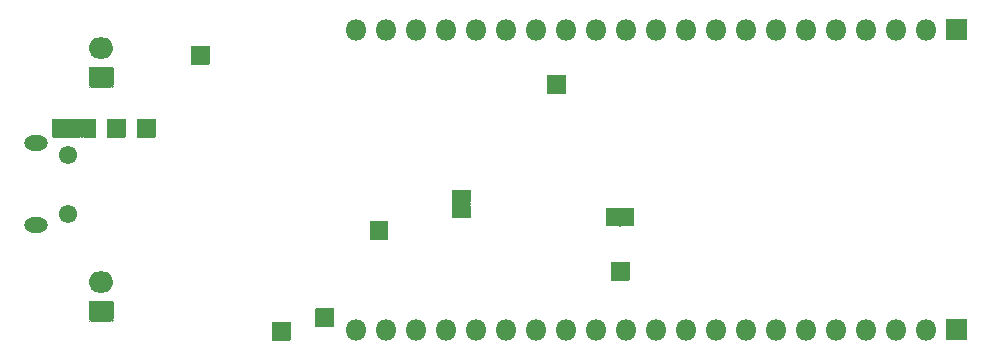
<source format=gbr>
G04 #@! TF.GenerationSoftware,KiCad,Pcbnew,(5.1.8)-1*
G04 #@! TF.CreationDate,2020-12-07T15:13:27+01:00*
G04 #@! TF.ProjectId,SuperPower-uC-KiCad,53757065-7250-46f7-9765-722d75432d4b,rev?*
G04 #@! TF.SameCoordinates,Original*
G04 #@! TF.FileFunction,Soldermask,Bot*
G04 #@! TF.FilePolarity,Negative*
%FSLAX46Y46*%
G04 Gerber Fmt 4.6, Leading zero omitted, Abs format (unit mm)*
G04 Created by KiCad (PCBNEW (5.1.8)-1) date 2020-12-07 15:13:27*
%MOMM*%
%LPD*%
G01*
G04 APERTURE LIST*
%ADD10O,1.802000X1.802000*%
%ADD11O,2.002000X1.302000*%
%ADD12C,1.552000*%
%ADD13O,2.102000X1.802000*%
%ADD14C,0.100000*%
G04 APERTURE END LIST*
D10*
X130683000Y-121920000D03*
X133223000Y-121920000D03*
X135763000Y-121920000D03*
X138303000Y-121920000D03*
X140843000Y-121920000D03*
X143383000Y-121920000D03*
X145923000Y-121920000D03*
X148463000Y-121920000D03*
X151003000Y-121920000D03*
X153543000Y-121920000D03*
X156083000Y-121920000D03*
X158623000Y-121920000D03*
X161163000Y-121920000D03*
X163703000Y-121920000D03*
X166243000Y-121920000D03*
X168783000Y-121920000D03*
X171323000Y-121920000D03*
X173863000Y-121920000D03*
X176403000Y-121920000D03*
X178943000Y-121920000D03*
G36*
G01*
X180633000Y-121019000D02*
X182333000Y-121019000D01*
G75*
G02*
X182384000Y-121070000I0J-51000D01*
G01*
X182384000Y-122770000D01*
G75*
G02*
X182333000Y-122821000I-51000J0D01*
G01*
X180633000Y-122821000D01*
G75*
G02*
X180582000Y-122770000I0J51000D01*
G01*
X180582000Y-121070000D01*
G75*
G02*
X180633000Y-121019000I51000J0D01*
G01*
G37*
X130683000Y-96520000D03*
X133223000Y-96520000D03*
X135763000Y-96520000D03*
X138303000Y-96520000D03*
X140843000Y-96520000D03*
X143383000Y-96520000D03*
X145923000Y-96520000D03*
X148463000Y-96520000D03*
X151003000Y-96520000D03*
X153543000Y-96520000D03*
X156083000Y-96520000D03*
X158623000Y-96520000D03*
X161163000Y-96520000D03*
X163703000Y-96520000D03*
X166243000Y-96520000D03*
X168783000Y-96520000D03*
X171323000Y-96520000D03*
X173863000Y-96520000D03*
X176403000Y-96520000D03*
X178943000Y-96520000D03*
G36*
G01*
X180633000Y-95619000D02*
X182333000Y-95619000D01*
G75*
G02*
X182384000Y-95670000I0J-51000D01*
G01*
X182384000Y-97370000D01*
G75*
G02*
X182333000Y-97421000I-51000J0D01*
G01*
X180633000Y-97421000D01*
G75*
G02*
X180582000Y-97370000I0J51000D01*
G01*
X180582000Y-95670000D01*
G75*
G02*
X180633000Y-95619000I51000J0D01*
G01*
G37*
G36*
G01*
X131805000Y-114296000D02*
X131805000Y-112796000D01*
G75*
G02*
X131856000Y-112745000I51000J0D01*
G01*
X133356000Y-112745000D01*
G75*
G02*
X133407000Y-112796000I0J-51000D01*
G01*
X133407000Y-114296000D01*
G75*
G02*
X133356000Y-114347000I-51000J0D01*
G01*
X131856000Y-114347000D01*
G75*
G02*
X131805000Y-114296000I0J51000D01*
G01*
G37*
G36*
G01*
X123532000Y-122797000D02*
X123532000Y-121297000D01*
G75*
G02*
X123583000Y-121246000I51000J0D01*
G01*
X125083000Y-121246000D01*
G75*
G02*
X125134000Y-121297000I0J-51000D01*
G01*
X125134000Y-122797000D01*
G75*
G02*
X125083000Y-122848000I-51000J0D01*
G01*
X123583000Y-122848000D01*
G75*
G02*
X123532000Y-122797000I0J51000D01*
G01*
G37*
G36*
G01*
X152234000Y-117717000D02*
X152234000Y-116217000D01*
G75*
G02*
X152285000Y-116166000I51000J0D01*
G01*
X153785000Y-116166000D01*
G75*
G02*
X153836000Y-116217000I0J-51000D01*
G01*
X153836000Y-117717000D01*
G75*
G02*
X153785000Y-117768000I-51000J0D01*
G01*
X152285000Y-117768000D01*
G75*
G02*
X152234000Y-117717000I0J51000D01*
G01*
G37*
G36*
G01*
X146849200Y-101893600D02*
X146849200Y-100393600D01*
G75*
G02*
X146900200Y-100342600I51000J0D01*
G01*
X148400200Y-100342600D01*
G75*
G02*
X148451200Y-100393600I0J-51000D01*
G01*
X148451200Y-101893600D01*
G75*
G02*
X148400200Y-101944600I-51000J0D01*
G01*
X146900200Y-101944600D01*
G75*
G02*
X146849200Y-101893600I0J51000D01*
G01*
G37*
G36*
G01*
X112102000Y-105588500D02*
X112102000Y-104088500D01*
G75*
G02*
X112153000Y-104037500I51000J0D01*
G01*
X113653000Y-104037500D01*
G75*
G02*
X113704000Y-104088500I0J-51000D01*
G01*
X113704000Y-105588500D01*
G75*
G02*
X113653000Y-105639500I-51000J0D01*
G01*
X112153000Y-105639500D01*
G75*
G02*
X112102000Y-105588500I0J51000D01*
G01*
G37*
G36*
G01*
X109562000Y-105588500D02*
X109562000Y-104088500D01*
G75*
G02*
X109613000Y-104037500I51000J0D01*
G01*
X111113000Y-104037500D01*
G75*
G02*
X111164000Y-104088500I0J-51000D01*
G01*
X111164000Y-105588500D01*
G75*
G02*
X111113000Y-105639500I-51000J0D01*
G01*
X109613000Y-105639500D01*
G75*
G02*
X109562000Y-105588500I0J51000D01*
G01*
G37*
G36*
G01*
X127215000Y-121654000D02*
X127215000Y-120154000D01*
G75*
G02*
X127266000Y-120103000I51000J0D01*
G01*
X128766000Y-120103000D01*
G75*
G02*
X128817000Y-120154000I0J-51000D01*
G01*
X128817000Y-121654000D01*
G75*
G02*
X128766000Y-121705000I-51000J0D01*
G01*
X127266000Y-121705000D01*
G75*
G02*
X127215000Y-121654000I0J51000D01*
G01*
G37*
G36*
G01*
X116674000Y-99429000D02*
X116674000Y-97929000D01*
G75*
G02*
X116725000Y-97878000I51000J0D01*
G01*
X118225000Y-97878000D01*
G75*
G02*
X118276000Y-97929000I0J-51000D01*
G01*
X118276000Y-99429000D01*
G75*
G02*
X118225000Y-99480000I-51000J0D01*
G01*
X116725000Y-99480000D01*
G75*
G02*
X116674000Y-99429000I0J51000D01*
G01*
G37*
D11*
X103537500Y-113085000D03*
X103537500Y-106085000D03*
D12*
X106237500Y-112085000D03*
X106237500Y-107085000D03*
G36*
G01*
X140323000Y-112468000D02*
X138823000Y-112468000D01*
G75*
G02*
X138772000Y-112417000I0J51000D01*
G01*
X138772000Y-111417000D01*
G75*
G02*
X138823000Y-111366000I51000J0D01*
G01*
X140323000Y-111366000D01*
G75*
G02*
X140374000Y-111417000I0J-51000D01*
G01*
X140374000Y-112417000D01*
G75*
G02*
X140323000Y-112468000I-51000J0D01*
G01*
G37*
G36*
G01*
X140323000Y-111168000D02*
X138823000Y-111168000D01*
G75*
G02*
X138772000Y-111117000I0J51000D01*
G01*
X138772000Y-110117000D01*
G75*
G02*
X138823000Y-110066000I51000J0D01*
G01*
X140323000Y-110066000D01*
G75*
G02*
X140374000Y-110117000I0J-51000D01*
G01*
X140374000Y-111117000D01*
G75*
G02*
X140323000Y-111168000I-51000J0D01*
G01*
G37*
G36*
G01*
X151793600Y-113120400D02*
X151793600Y-111620400D01*
G75*
G02*
X151844600Y-111569400I51000J0D01*
G01*
X152844600Y-111569400D01*
G75*
G02*
X152895600Y-111620400I0J-51000D01*
G01*
X152895600Y-113120400D01*
G75*
G02*
X152844600Y-113171400I-51000J0D01*
G01*
X151844600Y-113171400D01*
G75*
G02*
X151793600Y-113120400I0J51000D01*
G01*
G37*
G36*
G01*
X153093600Y-113120400D02*
X153093600Y-111620400D01*
G75*
G02*
X153144600Y-111569400I51000J0D01*
G01*
X154144600Y-111569400D01*
G75*
G02*
X154195600Y-111620400I0J-51000D01*
G01*
X154195600Y-113120400D01*
G75*
G02*
X154144600Y-113171400I-51000J0D01*
G01*
X153144600Y-113171400D01*
G75*
G02*
X153093600Y-113120400I0J51000D01*
G01*
G37*
G36*
G01*
X104956000Y-105588500D02*
X104956000Y-104088500D01*
G75*
G02*
X105007000Y-104037500I51000J0D01*
G01*
X106007000Y-104037500D01*
G75*
G02*
X106058000Y-104088500I0J-51000D01*
G01*
X106058000Y-105588500D01*
G75*
G02*
X106007000Y-105639500I-51000J0D01*
G01*
X105007000Y-105639500D01*
G75*
G02*
X104956000Y-105588500I0J51000D01*
G01*
G37*
G36*
G01*
X106256000Y-105588500D02*
X106256000Y-104088500D01*
G75*
G02*
X106307000Y-104037500I51000J0D01*
G01*
X107307000Y-104037500D01*
G75*
G02*
X107358000Y-104088500I0J-51000D01*
G01*
X107358000Y-105588500D01*
G75*
G02*
X107307000Y-105639500I-51000J0D01*
G01*
X106307000Y-105639500D01*
G75*
G02*
X106256000Y-105588500I0J51000D01*
G01*
G37*
G36*
G01*
X107556000Y-105588500D02*
X107556000Y-104088500D01*
G75*
G02*
X107607000Y-104037500I51000J0D01*
G01*
X108607000Y-104037500D01*
G75*
G02*
X108658000Y-104088500I0J-51000D01*
G01*
X108658000Y-105588500D01*
G75*
G02*
X108607000Y-105639500I-51000J0D01*
G01*
X107607000Y-105639500D01*
G75*
G02*
X107556000Y-105588500I0J51000D01*
G01*
G37*
D13*
X109093000Y-98034000D03*
G36*
G01*
X109879000Y-101435000D02*
X108307000Y-101435000D01*
G75*
G02*
X108042000Y-101170000I0J265000D01*
G01*
X108042000Y-99898000D01*
G75*
G02*
X108307000Y-99633000I265000J0D01*
G01*
X109879000Y-99633000D01*
G75*
G02*
X110144000Y-99898000I0J-265000D01*
G01*
X110144000Y-101170000D01*
G75*
G02*
X109879000Y-101435000I-265000J0D01*
G01*
G37*
X109093000Y-117846000D03*
G36*
G01*
X109879000Y-121247000D02*
X108307000Y-121247000D01*
G75*
G02*
X108042000Y-120982000I0J265000D01*
G01*
X108042000Y-119710000D01*
G75*
G02*
X108307000Y-119445000I265000J0D01*
G01*
X109879000Y-119445000D01*
G75*
G02*
X110144000Y-119710000I0J-265000D01*
G01*
X110144000Y-120982000D01*
G75*
G02*
X109879000Y-121247000I-265000J0D01*
G01*
G37*
D14*
G36*
X108043990Y-120981804D02*
G01*
X108049062Y-121033304D01*
X108064029Y-121082642D01*
X108088332Y-121128110D01*
X108121038Y-121167962D01*
X108160890Y-121200668D01*
X108206358Y-121224971D01*
X108255696Y-121239938D01*
X108307196Y-121245010D01*
X108308822Y-121246175D01*
X108308626Y-121248165D01*
X108307000Y-121249000D01*
X108224903Y-121249000D01*
X108224707Y-121248990D01*
X108184204Y-121245001D01*
X108183819Y-121244925D01*
X108150767Y-121234899D01*
X108150405Y-121234749D01*
X108119954Y-121218472D01*
X108119628Y-121218254D01*
X108092932Y-121196345D01*
X108092655Y-121196068D01*
X108070746Y-121169372D01*
X108070528Y-121169046D01*
X108054251Y-121138595D01*
X108054101Y-121138233D01*
X108044075Y-121105181D01*
X108043999Y-121104796D01*
X108040010Y-121064293D01*
X108040000Y-121064097D01*
X108040000Y-120982000D01*
X108041000Y-120980268D01*
X108043000Y-120980268D01*
X108043990Y-120981804D01*
G37*
G36*
X110145165Y-120980374D02*
G01*
X110146000Y-120982000D01*
X110146000Y-121064097D01*
X110145990Y-121064293D01*
X110142001Y-121104796D01*
X110141925Y-121105181D01*
X110131899Y-121138233D01*
X110131749Y-121138595D01*
X110115472Y-121169046D01*
X110115254Y-121169372D01*
X110093345Y-121196068D01*
X110093068Y-121196345D01*
X110066372Y-121218254D01*
X110066046Y-121218472D01*
X110035595Y-121234749D01*
X110035233Y-121234899D01*
X110002181Y-121244925D01*
X110001796Y-121245001D01*
X109961293Y-121248990D01*
X109961097Y-121249000D01*
X109879000Y-121249000D01*
X109877268Y-121248000D01*
X109877268Y-121246000D01*
X109878804Y-121245010D01*
X109930304Y-121239938D01*
X109979642Y-121224971D01*
X110025110Y-121200668D01*
X110064962Y-121167962D01*
X110097668Y-121128110D01*
X110121971Y-121082642D01*
X110136938Y-121033304D01*
X110142010Y-120981804D01*
X110143175Y-120980178D01*
X110145165Y-120980374D01*
G37*
G36*
X108308732Y-119444000D02*
G01*
X108308732Y-119446000D01*
X108307196Y-119446990D01*
X108255696Y-119452062D01*
X108206358Y-119467029D01*
X108160890Y-119491332D01*
X108121038Y-119524038D01*
X108088332Y-119563890D01*
X108064029Y-119609358D01*
X108049062Y-119658696D01*
X108043990Y-119710196D01*
X108042825Y-119711822D01*
X108040835Y-119711626D01*
X108040000Y-119710000D01*
X108040000Y-119627903D01*
X108040010Y-119627707D01*
X108043999Y-119587204D01*
X108044075Y-119586819D01*
X108054101Y-119553767D01*
X108054251Y-119553405D01*
X108070528Y-119522954D01*
X108070746Y-119522628D01*
X108092655Y-119495932D01*
X108092932Y-119495655D01*
X108119628Y-119473746D01*
X108119954Y-119473528D01*
X108150405Y-119457251D01*
X108150767Y-119457101D01*
X108183819Y-119447075D01*
X108184204Y-119446999D01*
X108224707Y-119443010D01*
X108224903Y-119443000D01*
X108307000Y-119443000D01*
X108308732Y-119444000D01*
G37*
G36*
X109961293Y-119443010D02*
G01*
X110001796Y-119446999D01*
X110002181Y-119447075D01*
X110035233Y-119457101D01*
X110035595Y-119457251D01*
X110066046Y-119473528D01*
X110066372Y-119473746D01*
X110093068Y-119495655D01*
X110093345Y-119495932D01*
X110115254Y-119522628D01*
X110115472Y-119522954D01*
X110131749Y-119553405D01*
X110131899Y-119553767D01*
X110141925Y-119586819D01*
X110142001Y-119587204D01*
X110145990Y-119627707D01*
X110146000Y-119627903D01*
X110146000Y-119710000D01*
X110145000Y-119711732D01*
X110143000Y-119711732D01*
X110142010Y-119710196D01*
X110136938Y-119658696D01*
X110121971Y-119609358D01*
X110097668Y-119563890D01*
X110064962Y-119524038D01*
X110025110Y-119491332D01*
X109979642Y-119467029D01*
X109930304Y-119452062D01*
X109878804Y-119446990D01*
X109877178Y-119445825D01*
X109877374Y-119443835D01*
X109879000Y-119443000D01*
X109961097Y-119443000D01*
X109961293Y-119443010D01*
G37*
G36*
X153095332Y-111568400D02*
G01*
X153095600Y-111569400D01*
X153095600Y-113171400D01*
X153094600Y-113173132D01*
X153093600Y-113173400D01*
X152895600Y-113173400D01*
X152893868Y-113172400D01*
X152893600Y-113171400D01*
X152893600Y-111569400D01*
X152894600Y-111567668D01*
X152895600Y-111567400D01*
X153093600Y-111567400D01*
X153095332Y-111568400D01*
G37*
G36*
X140375732Y-111167000D02*
G01*
X140376000Y-111168000D01*
X140376000Y-111366000D01*
X140375000Y-111367732D01*
X140374000Y-111368000D01*
X138772000Y-111368000D01*
X138770268Y-111367000D01*
X138770000Y-111366000D01*
X138770000Y-111168000D01*
X138771000Y-111166268D01*
X138772000Y-111166000D01*
X140374000Y-111166000D01*
X140375732Y-111167000D01*
G37*
G36*
X107557732Y-104036500D02*
G01*
X107558000Y-104037500D01*
X107558000Y-105639500D01*
X107557000Y-105641232D01*
X107556000Y-105641500D01*
X107358000Y-105641500D01*
X107356268Y-105640500D01*
X107356000Y-105639500D01*
X107356000Y-104039500D01*
X106258000Y-104039500D01*
X106258000Y-105639500D01*
X106257000Y-105641232D01*
X106256000Y-105641500D01*
X106058000Y-105641500D01*
X106056268Y-105640500D01*
X106056000Y-105639500D01*
X106056000Y-104037500D01*
X106057000Y-104035768D01*
X106058000Y-104035500D01*
X107556000Y-104035500D01*
X107557732Y-104036500D01*
G37*
G36*
X110145165Y-101168374D02*
G01*
X110146000Y-101170000D01*
X110146000Y-101252097D01*
X110145990Y-101252293D01*
X110142001Y-101292796D01*
X110141925Y-101293181D01*
X110131899Y-101326233D01*
X110131749Y-101326595D01*
X110115472Y-101357046D01*
X110115254Y-101357372D01*
X110093345Y-101384068D01*
X110093068Y-101384345D01*
X110066372Y-101406254D01*
X110066046Y-101406472D01*
X110035595Y-101422749D01*
X110035233Y-101422899D01*
X110002181Y-101432925D01*
X110001796Y-101433001D01*
X109961293Y-101436990D01*
X109961097Y-101437000D01*
X109879000Y-101437000D01*
X109877268Y-101436000D01*
X109877268Y-101434000D01*
X109878804Y-101433010D01*
X109930304Y-101427938D01*
X109979642Y-101412971D01*
X110025110Y-101388668D01*
X110064962Y-101355962D01*
X110097668Y-101316110D01*
X110121971Y-101270642D01*
X110136938Y-101221304D01*
X110142010Y-101169804D01*
X110143175Y-101168178D01*
X110145165Y-101168374D01*
G37*
G36*
X108043990Y-101169804D02*
G01*
X108049062Y-101221304D01*
X108064029Y-101270642D01*
X108088332Y-101316110D01*
X108121038Y-101355962D01*
X108160890Y-101388668D01*
X108206358Y-101412971D01*
X108255696Y-101427938D01*
X108307196Y-101433010D01*
X108308822Y-101434175D01*
X108308626Y-101436165D01*
X108307000Y-101437000D01*
X108224903Y-101437000D01*
X108224707Y-101436990D01*
X108184204Y-101433001D01*
X108183819Y-101432925D01*
X108150767Y-101422899D01*
X108150405Y-101422749D01*
X108119954Y-101406472D01*
X108119628Y-101406254D01*
X108092932Y-101384345D01*
X108092655Y-101384068D01*
X108070746Y-101357372D01*
X108070528Y-101357046D01*
X108054251Y-101326595D01*
X108054101Y-101326233D01*
X108044075Y-101293181D01*
X108043999Y-101292796D01*
X108040010Y-101252293D01*
X108040000Y-101252097D01*
X108040000Y-101170000D01*
X108041000Y-101168268D01*
X108043000Y-101168268D01*
X108043990Y-101169804D01*
G37*
G36*
X108308732Y-99632000D02*
G01*
X108308732Y-99634000D01*
X108307196Y-99634990D01*
X108255696Y-99640062D01*
X108206358Y-99655029D01*
X108160890Y-99679332D01*
X108121038Y-99712038D01*
X108088332Y-99751890D01*
X108064029Y-99797358D01*
X108049062Y-99846696D01*
X108043990Y-99898196D01*
X108042825Y-99899822D01*
X108040835Y-99899626D01*
X108040000Y-99898000D01*
X108040000Y-99815903D01*
X108040010Y-99815707D01*
X108043999Y-99775204D01*
X108044075Y-99774819D01*
X108054101Y-99741767D01*
X108054251Y-99741405D01*
X108070528Y-99710954D01*
X108070746Y-99710628D01*
X108092655Y-99683932D01*
X108092932Y-99683655D01*
X108119628Y-99661746D01*
X108119954Y-99661528D01*
X108150405Y-99645251D01*
X108150767Y-99645101D01*
X108183819Y-99635075D01*
X108184204Y-99634999D01*
X108224707Y-99631010D01*
X108224903Y-99631000D01*
X108307000Y-99631000D01*
X108308732Y-99632000D01*
G37*
G36*
X109961293Y-99631010D02*
G01*
X110001796Y-99634999D01*
X110002181Y-99635075D01*
X110035233Y-99645101D01*
X110035595Y-99645251D01*
X110066046Y-99661528D01*
X110066372Y-99661746D01*
X110093068Y-99683655D01*
X110093345Y-99683932D01*
X110115254Y-99710628D01*
X110115472Y-99710954D01*
X110131749Y-99741405D01*
X110131899Y-99741767D01*
X110141925Y-99774819D01*
X110142001Y-99775204D01*
X110145990Y-99815707D01*
X110146000Y-99815903D01*
X110146000Y-99898000D01*
X110145000Y-99899732D01*
X110143000Y-99899732D01*
X110142010Y-99898196D01*
X110136938Y-99846696D01*
X110121971Y-99797358D01*
X110097668Y-99751890D01*
X110064962Y-99712038D01*
X110025110Y-99679332D01*
X109979642Y-99655029D01*
X109930304Y-99640062D01*
X109878804Y-99634990D01*
X109877178Y-99633825D01*
X109877374Y-99631835D01*
X109879000Y-99631000D01*
X109961097Y-99631000D01*
X109961293Y-99631010D01*
G37*
M02*

</source>
